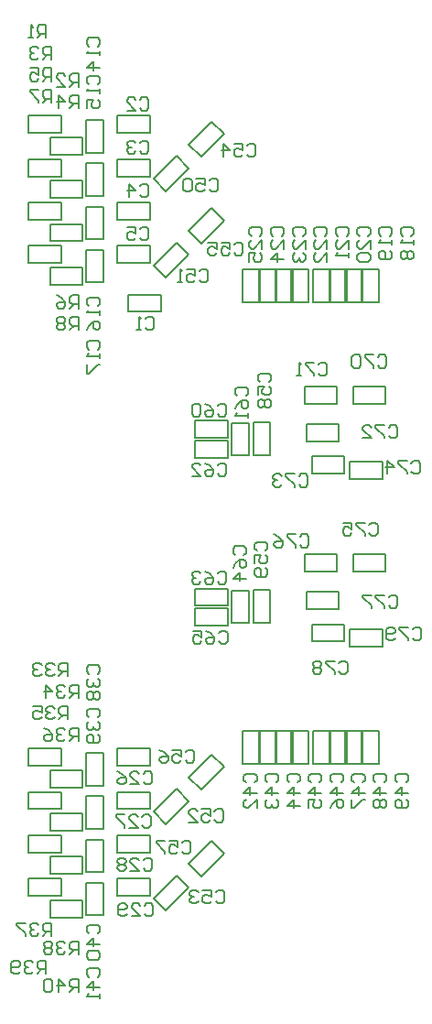
<source format=gbo>
%FSAX43Y43*%
%MOMM*%
G71*
G01*
G75*
G04 Layer_Color=32896*
%ADD10C,0.200*%
G04:AMPARAMS|DCode=11|XSize=0.8mm|YSize=1mm|CornerRadius=0.08mm|HoleSize=0mm|Usage=FLASHONLY|Rotation=180.000|XOffset=0mm|YOffset=0mm|HoleType=Round|Shape=RoundedRectangle|*
%AMROUNDEDRECTD11*
21,1,0.800,0.840,0,0,180.0*
21,1,0.640,1.000,0,0,180.0*
1,1,0.160,-0.320,0.420*
1,1,0.160,0.320,0.420*
1,1,0.160,0.320,-0.420*
1,1,0.160,-0.320,-0.420*
%
%ADD11ROUNDEDRECTD11*%
%ADD12R,3.048X3.048*%
G04:AMPARAMS|DCode=13|XSize=0.8mm|YSize=1mm|CornerRadius=0.08mm|HoleSize=0mm|Usage=FLASHONLY|Rotation=270.000|XOffset=0mm|YOffset=0mm|HoleType=Round|Shape=RoundedRectangle|*
%AMROUNDEDRECTD13*
21,1,0.800,0.840,0,0,270.0*
21,1,0.640,1.000,0,0,270.0*
1,1,0.160,-0.420,-0.320*
1,1,0.160,-0.420,0.320*
1,1,0.160,0.420,0.320*
1,1,0.160,0.420,-0.320*
%
%ADD13ROUNDEDRECTD13*%
%ADD14R,3.300X2.400*%
%ADD15R,1.000X2.400*%
%ADD16R,5.500X5.500*%
%ADD17R,0.250X0.750*%
%ADD18O,0.250X0.750*%
%ADD19O,0.750X0.250*%
%ADD20R,2.340X2.340*%
%ADD21R,0.900X0.250*%
%ADD22O,0.900X0.250*%
%ADD23O,0.250X0.900*%
%ADD24O,0.762X1.270*%
%ADD25R,0.762X1.270*%
%ADD26C,0.500*%
%ADD27C,0.400*%
%ADD28C,0.175*%
%ADD29C,1.700*%
%ADD30C,4.000*%
%ADD31C,1.524*%
%ADD32C,3.000*%
%ADD33C,0.700*%
%ADD34C,1.500*%
%ADD35C,1.300*%
%ADD36C,0.600*%
%ADD37C,0.800*%
G04:AMPARAMS|DCode=38|XSize=0.8mm|YSize=1mm|CornerRadius=0.08mm|HoleSize=0mm|Usage=FLASHONLY|Rotation=225.000|XOffset=0mm|YOffset=0mm|HoleType=Round|Shape=RoundedRectangle|*
%AMROUNDEDRECTD38*
21,1,0.800,0.840,0,0,225.0*
21,1,0.640,1.000,0,0,225.0*
1,1,0.160,-0.523,0.071*
1,1,0.160,-0.071,0.523*
1,1,0.160,0.523,-0.071*
1,1,0.160,0.071,-0.523*
%
%ADD38ROUNDEDRECTD38*%
G04:AMPARAMS|DCode=39|XSize=1mm|YSize=2mm|CornerRadius=0.1mm|HoleSize=0mm|Usage=FLASHONLY|Rotation=270.000|XOffset=0mm|YOffset=0mm|HoleType=Round|Shape=RoundedRectangle|*
%AMROUNDEDRECTD39*
21,1,1.000,1.800,0,0,270.0*
21,1,0.800,2.000,0,0,270.0*
1,1,0.200,-0.900,-0.400*
1,1,0.200,-0.900,0.400*
1,1,0.200,0.900,0.400*
1,1,0.200,0.900,-0.400*
%
%ADD39ROUNDEDRECTD39*%
G04:AMPARAMS|DCode=40|XSize=1mm|YSize=2mm|CornerRadius=0.1mm|HoleSize=0mm|Usage=FLASHONLY|Rotation=0.000|XOffset=0mm|YOffset=0mm|HoleType=Round|Shape=RoundedRectangle|*
%AMROUNDEDRECTD40*
21,1,1.000,1.800,0,0,0.0*
21,1,0.800,2.000,0,0,0.0*
1,1,0.200,0.400,-0.900*
1,1,0.200,-0.400,-0.900*
1,1,0.200,-0.400,0.900*
1,1,0.200,0.400,0.900*
%
%ADD40ROUNDEDRECTD40*%
%ADD41C,0.250*%
%ADD42C,0.203*%
%ADD43C,0.100*%
%ADD44C,0.254*%
G04:AMPARAMS|DCode=45|XSize=1mm|YSize=1.2mm|CornerRadius=0.18mm|HoleSize=0mm|Usage=FLASHONLY|Rotation=180.000|XOffset=0mm|YOffset=0mm|HoleType=Round|Shape=RoundedRectangle|*
%AMROUNDEDRECTD45*
21,1,1.000,0.840,0,0,180.0*
21,1,0.640,1.200,0,0,180.0*
1,1,0.360,-0.320,0.420*
1,1,0.360,0.320,0.420*
1,1,0.360,0.320,-0.420*
1,1,0.360,-0.320,-0.420*
%
%ADD45ROUNDEDRECTD45*%
%ADD46R,3.248X3.248*%
G04:AMPARAMS|DCode=47|XSize=1mm|YSize=1.2mm|CornerRadius=0.18mm|HoleSize=0mm|Usage=FLASHONLY|Rotation=270.000|XOffset=0mm|YOffset=0mm|HoleType=Round|Shape=RoundedRectangle|*
%AMROUNDEDRECTD47*
21,1,1.000,0.840,0,0,270.0*
21,1,0.640,1.200,0,0,270.0*
1,1,0.360,-0.420,-0.320*
1,1,0.360,-0.420,0.320*
1,1,0.360,0.420,0.320*
1,1,0.360,0.420,-0.320*
%
%ADD47ROUNDEDRECTD47*%
%ADD48R,3.500X2.600*%
%ADD49R,1.200X2.600*%
%ADD50R,5.700X5.700*%
%ADD51R,0.450X0.950*%
%ADD52O,0.450X0.950*%
%ADD53O,0.950X0.450*%
%ADD54R,2.540X2.540*%
%ADD55R,1.100X0.450*%
%ADD56O,1.100X0.450*%
%ADD57O,0.450X1.100*%
%ADD58O,0.962X1.470*%
%ADD59R,0.962X1.470*%
%ADD60C,1.900*%
%ADD61C,4.200*%
%ADD62C,1.724*%
%ADD63C,3.200*%
%ADD64C,0.900*%
%ADD65C,0.800*%
%ADD66C,1.000*%
G04:AMPARAMS|DCode=67|XSize=1mm|YSize=1.2mm|CornerRadius=0.18mm|HoleSize=0mm|Usage=FLASHONLY|Rotation=225.000|XOffset=0mm|YOffset=0mm|HoleType=Round|Shape=RoundedRectangle|*
%AMROUNDEDRECTD67*
21,1,1.000,0.840,0,0,225.0*
21,1,0.640,1.200,0,0,225.0*
1,1,0.360,-0.523,0.071*
1,1,0.360,-0.071,0.523*
1,1,0.360,0.523,-0.071*
1,1,0.360,0.071,-0.523*
%
%ADD67ROUNDEDRECTD67*%
G04:AMPARAMS|DCode=68|XSize=1.2mm|YSize=2.2mm|CornerRadius=0.2mm|HoleSize=0mm|Usage=FLASHONLY|Rotation=270.000|XOffset=0mm|YOffset=0mm|HoleType=Round|Shape=RoundedRectangle|*
%AMROUNDEDRECTD68*
21,1,1.200,1.800,0,0,270.0*
21,1,0.800,2.200,0,0,270.0*
1,1,0.400,-0.900,-0.400*
1,1,0.400,-0.900,0.400*
1,1,0.400,0.900,0.400*
1,1,0.400,0.900,-0.400*
%
%ADD68ROUNDEDRECTD68*%
G04:AMPARAMS|DCode=69|XSize=1.2mm|YSize=2.2mm|CornerRadius=0.2mm|HoleSize=0mm|Usage=FLASHONLY|Rotation=0.000|XOffset=0mm|YOffset=0mm|HoleType=Round|Shape=RoundedRectangle|*
%AMROUNDEDRECTD69*
21,1,1.200,1.800,0,0,0.0*
21,1,0.800,2.200,0,0,0.0*
1,1,0.400,0.400,-0.900*
1,1,0.400,-0.400,-0.900*
1,1,0.400,-0.400,0.900*
1,1,0.400,0.400,0.900*
%
%ADD69ROUNDEDRECTD69*%
G54D10*
X0057710Y0066141D02*
X0058841Y0065010D01*
X0057710Y0066141D02*
X0059831Y0068263D01*
X0060963Y0067131D01*
X0058841Y0065010D02*
X0060963Y0067131D01*
X0056559Y0065090D02*
X0057690Y0063959D01*
X0055569Y0061837D02*
X0057690Y0063959D01*
X0054437Y0062969D02*
X0055569Y0061837D01*
X0054437Y0062969D02*
X0056559Y0065090D01*
X0057710Y0116641D02*
X0058841Y0115510D01*
X0057710Y0116641D02*
X0059831Y0118763D01*
X0060963Y0117631D01*
X0058841Y0115510D02*
X0060963Y0117631D01*
X0057710Y0124641D02*
X0058841Y0123510D01*
X0057710Y0124641D02*
X0059831Y0126763D01*
X0060963Y0125631D01*
X0058841Y0123510D02*
X0060963Y0125631D01*
X0056559Y0123590D02*
X0057690Y0122459D01*
X0055569Y0120337D02*
X0057690Y0122459D01*
X0054437Y0121469D02*
X0055569Y0120337D01*
X0054437Y0121469D02*
X0056559Y0123590D01*
X0072600Y0079800D02*
X0075600D01*
X0072600Y0078200D02*
Y0079800D01*
Y0078200D02*
X0075600D01*
Y0079800D01*
X0072100Y0078700D02*
Y0080300D01*
X0069100Y0078700D02*
X0072100D01*
X0069100D02*
Y0080300D01*
X0072100D01*
X0068600Y0083300D02*
X0071600D01*
X0068600Y0081700D02*
Y0083300D01*
Y0081700D02*
X0071600D01*
Y0083300D01*
X0068400Y0085200D02*
Y0086800D01*
X0071400D01*
Y0085200D02*
Y0086800D01*
X0068400Y0085200D02*
X0071400D01*
X0072900D02*
X0075900D01*
Y0086800D01*
X0072900D02*
X0075900D01*
X0072900Y0085200D02*
Y0086800D01*
X0058841Y0057010D02*
X0060963Y0059131D01*
X0059831Y0060263D02*
X0060963Y0059131D01*
X0057710Y0058141D02*
X0059831Y0060263D01*
X0057710Y0058141D02*
X0058841Y0057010D01*
X0058300Y0095700D02*
Y0097300D01*
X0061300D01*
Y0095700D02*
Y0097300D01*
X0058300Y0095700D02*
X0061300D01*
X0058300Y0080200D02*
X0061300D01*
Y0081800D01*
X0058300D02*
X0061300D01*
X0058300Y0080200D02*
Y0081800D01*
X0061700Y0095900D02*
X0063300D01*
X0061700D02*
Y0098900D01*
X0063300D01*
Y0095900D02*
Y0098900D01*
Y0080400D02*
Y0083400D01*
X0061700D02*
X0063300D01*
X0061700Y0080400D02*
Y0083400D01*
Y0080400D02*
X0063300D01*
X0061300Y0097500D02*
Y0099100D01*
X0058300Y0097500D02*
X0061300D01*
X0058300D02*
Y0099100D01*
X0061300D01*
X0058300Y0083600D02*
X0061300D01*
X0058300Y0082000D02*
Y0083600D01*
Y0082000D02*
X0061300D01*
Y0083600D01*
X0073700Y0067400D02*
X0075300D01*
X0073700D02*
Y0070400D01*
X0075300D01*
Y0067400D02*
Y0070400D01*
X0072200Y0067400D02*
Y0070400D01*
Y0067400D02*
X0073800D01*
Y0070400D01*
X0072200D02*
X0073800D01*
X0069200D02*
X0070800D01*
Y0067400D02*
Y0070400D01*
X0069200Y0067400D02*
X0070800D01*
X0069200D02*
Y0070400D01*
X0051100Y0127300D02*
X0054100D01*
X0051100Y0125700D02*
Y0127300D01*
Y0125700D02*
X0054100D01*
Y0127300D01*
Y0121700D02*
Y0123300D01*
X0051100Y0121700D02*
X0054100D01*
X0051100D02*
Y0123300D01*
X0054100D01*
X0051100Y0119300D02*
X0054100D01*
X0051100Y0117700D02*
Y0119300D01*
Y0117700D02*
X0054100D01*
Y0119300D01*
Y0113700D02*
Y0115300D01*
X0051100Y0113700D02*
X0054100D01*
X0051100D02*
Y0115300D01*
X0054100D01*
X0049800Y0123900D02*
Y0126900D01*
X0048200D02*
X0049800D01*
X0048200Y0123900D02*
Y0126900D01*
Y0123900D02*
X0049800D01*
X0048200Y0119900D02*
X0049800D01*
X0048200D02*
Y0122900D01*
X0049800D01*
Y0119900D02*
Y0122900D01*
Y0115900D02*
Y0118900D01*
X0048200D02*
X0049800D01*
X0048200Y0115900D02*
Y0118900D01*
Y0115900D02*
X0049800D01*
X0048200Y0111900D02*
X0049800D01*
X0048200D02*
Y0114900D01*
X0049800D01*
Y0111900D02*
Y0114900D01*
X0075300Y0110100D02*
Y0113100D01*
X0073700D02*
X0075300D01*
X0073700Y0110100D02*
Y0113100D01*
Y0110100D02*
X0075300D01*
X0072200Y0113100D02*
X0073800D01*
Y0110100D02*
Y0113100D01*
X0072200Y0110100D02*
X0073800D01*
X0072200D02*
Y0113100D01*
X0072300Y0110100D02*
Y0113100D01*
X0070700D02*
X0072300D01*
X0070700Y0110100D02*
Y0113100D01*
Y0110100D02*
X0072300D01*
X0069200Y0113100D02*
X0070800D01*
Y0110100D02*
Y0113100D01*
X0069200Y0110100D02*
X0070800D01*
X0069200D02*
Y0113100D01*
X0068800Y0110100D02*
Y0113100D01*
X0067200D02*
X0068800D01*
X0067200Y0110100D02*
Y0113100D01*
Y0110100D02*
X0068800D01*
X0065700Y0113100D02*
X0067300D01*
Y0110100D02*
Y0113100D01*
X0065700Y0110100D02*
X0067300D01*
X0065700D02*
Y0113100D01*
X0065800Y0110100D02*
Y0113100D01*
X0064200D02*
X0065800D01*
X0064200Y0110100D02*
Y0113100D01*
Y0110100D02*
X0065800D01*
X0062700Y0113100D02*
X0064300D01*
Y0110100D02*
Y0113100D01*
X0062700Y0110100D02*
X0064300D01*
X0062700D02*
Y0113100D01*
X0051100Y0068800D02*
X0054100D01*
X0051100Y0067200D02*
Y0068800D01*
Y0067200D02*
X0054100D01*
Y0068800D01*
Y0063200D02*
Y0064800D01*
X0051100Y0063200D02*
X0054100D01*
X0051100D02*
Y0064800D01*
X0054100D01*
X0051100Y0060800D02*
X0054100D01*
X0051100Y0059200D02*
Y0060800D01*
Y0059200D02*
X0054100D01*
Y0060800D01*
Y0055200D02*
Y0056800D01*
X0051100Y0055200D02*
X0054100D01*
X0051100D02*
Y0056800D01*
X0054100D01*
X0049800Y0065400D02*
Y0068400D01*
X0048200D02*
X0049800D01*
X0048200Y0065400D02*
Y0068400D01*
Y0065400D02*
X0049800D01*
X0048200Y0061400D02*
X0049800D01*
X0048200D02*
Y0064400D01*
X0049800D01*
Y0061400D02*
Y0064400D01*
Y0057400D02*
Y0060400D01*
X0048200D02*
X0049800D01*
X0048200Y0057400D02*
Y0060400D01*
Y0057400D02*
X0049800D01*
X0048200Y0053400D02*
X0049800D01*
X0048200D02*
Y0056400D01*
X0049800D01*
Y0053400D02*
Y0056400D01*
X0062700Y0067400D02*
Y0070400D01*
Y0067400D02*
X0064300D01*
Y0070400D01*
X0062700D02*
X0064300D01*
X0064200Y0067400D02*
X0065800D01*
X0064200D02*
Y0070400D01*
X0065800D01*
Y0067400D02*
Y0070400D01*
X0054437Y0113469D02*
X0056559Y0115590D01*
X0054437Y0113469D02*
X0055569Y0112337D01*
X0057690Y0114459D01*
X0056559Y0115590D02*
X0057690Y0114459D01*
X0067200Y0067400D02*
X0068800D01*
X0067200D02*
Y0070400D01*
X0068800D01*
Y0067400D02*
Y0070400D01*
X0072300Y0067400D02*
Y0070400D01*
X0070700D02*
X0072300D01*
X0070700Y0067400D02*
Y0070400D01*
Y0067400D02*
X0072300D01*
X0065700Y0070400D02*
X0067300D01*
Y0067400D02*
Y0070400D01*
X0065700Y0067400D02*
X0067300D01*
X0065700D02*
Y0070400D01*
X0072900Y0100700D02*
Y0102300D01*
X0075900D01*
Y0100700D02*
Y0102300D01*
X0072900Y0100700D02*
X0075900D01*
X0068400D02*
X0071400D01*
Y0102300D01*
X0068400D02*
X0071400D01*
X0068400Y0100700D02*
Y0102300D01*
X0071600Y0097200D02*
Y0098800D01*
X0068600Y0097200D02*
X0071600D01*
X0068600D02*
Y0098800D01*
X0071600D01*
X0069100Y0095800D02*
X0072100D01*
X0069100Y0094200D02*
Y0095800D01*
Y0094200D02*
X0072100D01*
Y0095800D01*
X0075600Y0093700D02*
Y0095300D01*
X0072600Y0093700D02*
X0075600D01*
X0072600D02*
Y0095300D01*
X0075600D01*
X0042900Y0125700D02*
Y0127300D01*
X0045900D01*
Y0125700D02*
Y0127300D01*
X0042900Y0125700D02*
X0045900D01*
X0044900Y0123700D02*
X0047900D01*
Y0125300D01*
X0044900D02*
X0047900D01*
X0044900Y0123700D02*
Y0125300D01*
X0042900Y0121700D02*
Y0123300D01*
X0045900D01*
Y0121700D02*
Y0123300D01*
X0042900Y0121700D02*
X0045900D01*
X0044900Y0119700D02*
X0047900D01*
Y0121300D01*
X0044900D02*
X0047900D01*
X0044900Y0119700D02*
Y0121300D01*
X0042900Y0117700D02*
Y0119300D01*
X0045900D01*
Y0117700D02*
Y0119300D01*
X0042900Y0117700D02*
X0045900D01*
X0044900Y0115700D02*
X0047900D01*
Y0117300D01*
X0044900D02*
X0047900D01*
X0044900Y0115700D02*
Y0117300D01*
X0042900Y0113700D02*
Y0115300D01*
X0045900D01*
Y0113700D02*
Y0115300D01*
X0042900Y0113700D02*
X0045900D01*
X0044900Y0111700D02*
X0047900D01*
Y0113300D01*
X0044900D02*
X0047900D01*
X0044900Y0111700D02*
Y0113300D01*
X0042900Y0067200D02*
Y0068800D01*
X0045900D01*
Y0067200D02*
Y0068800D01*
X0042900Y0067200D02*
X0045900D01*
X0044900Y0065200D02*
X0047900D01*
Y0066800D01*
X0044900D02*
X0047900D01*
X0044900Y0065200D02*
Y0066800D01*
X0042900Y0063200D02*
Y0064800D01*
X0045900D01*
Y0063200D02*
Y0064800D01*
X0042900Y0063200D02*
X0045900D01*
X0044900Y0061200D02*
X0047900D01*
Y0062800D01*
X0044900D02*
X0047900D01*
X0044900Y0061200D02*
Y0062800D01*
X0042900Y0059200D02*
Y0060800D01*
X0045900D01*
Y0059200D02*
Y0060800D01*
X0042900Y0059200D02*
X0045900D01*
X0044900Y0057200D02*
X0047900D01*
Y0058800D01*
X0044900D02*
X0047900D01*
X0044900Y0057200D02*
Y0058800D01*
X0042900Y0055200D02*
Y0056800D01*
X0045900D01*
Y0055200D02*
Y0056800D01*
X0042900Y0055200D02*
X0045900D01*
X0044900Y0053200D02*
X0047900D01*
Y0054800D01*
X0044900D02*
X0047900D01*
X0044900Y0053200D02*
Y0054800D01*
X0054437Y0054969D02*
X0056559Y0057090D01*
X0054437Y0054969D02*
X0055569Y0053837D01*
X0057690Y0055959D01*
X0056559Y0057090D02*
X0057690Y0055959D01*
X0057400Y0068500D02*
X0057600Y0068700D01*
X0058000D01*
X0058200Y0068500D01*
Y0067700D01*
X0058000Y0067500D01*
X0057600D01*
X0057400Y0067700D01*
X0056201Y0068700D02*
X0057000D01*
Y0068100D01*
X0056601Y0068300D01*
X0056401D01*
X0056201Y0068100D01*
Y0067700D01*
X0056401Y0067500D01*
X0056800D01*
X0057000Y0067700D01*
X0055001Y0068700D02*
X0055401Y0068500D01*
X0055801Y0068100D01*
Y0067700D01*
X0055601Y0067500D01*
X0055201D01*
X0055001Y0067700D01*
Y0067900D01*
X0055201Y0068100D01*
X0055801D01*
X0060100Y0063000D02*
X0060300Y0063200D01*
X0060700D01*
X0060900Y0063000D01*
Y0062200D01*
X0060700Y0062000D01*
X0060300D01*
X0060100Y0062200D01*
X0058901Y0063200D02*
X0059700D01*
Y0062600D01*
X0059301Y0062800D01*
X0059101D01*
X0058901Y0062600D01*
Y0062200D01*
X0059101Y0062000D01*
X0059500D01*
X0059700Y0062200D01*
X0057701Y0062000D02*
X0058501D01*
X0057701Y0062800D01*
Y0063000D01*
X0057901Y0063200D01*
X0058301D01*
X0058501Y0063000D01*
X0061900Y0115400D02*
X0062100Y0115600D01*
X0062500D01*
X0062700Y0115400D01*
Y0114600D01*
X0062500Y0114400D01*
X0062100D01*
X0061900Y0114600D01*
X0060701Y0115600D02*
X0061500D01*
Y0115000D01*
X0061101Y0115200D01*
X0060901D01*
X0060701Y0115000D01*
Y0114600D01*
X0060901Y0114400D01*
X0061300D01*
X0061500Y0114600D01*
X0059501Y0115600D02*
X0060301D01*
Y0115000D01*
X0059901Y0115200D01*
X0059701D01*
X0059501Y0115000D01*
Y0114600D01*
X0059701Y0114400D01*
X0060101D01*
X0060301Y0114600D01*
X0063100Y0124500D02*
X0063300Y0124700D01*
X0063700D01*
X0063900Y0124500D01*
Y0123700D01*
X0063700Y0123500D01*
X0063300D01*
X0063100Y0123700D01*
X0061901Y0124700D02*
X0062700D01*
Y0124100D01*
X0062301Y0124300D01*
X0062101D01*
X0061901Y0124100D01*
Y0123700D01*
X0062101Y0123500D01*
X0062500D01*
X0062700Y0123700D01*
X0060901Y0123500D02*
Y0124700D01*
X0061501Y0124100D01*
X0060701D01*
X0059600Y0121300D02*
X0059800Y0121500D01*
X0060200D01*
X0060400Y0121300D01*
Y0120500D01*
X0060200Y0120300D01*
X0059800D01*
X0059600Y0120500D01*
X0058401Y0121500D02*
X0059200D01*
Y0120900D01*
X0058801Y0121100D01*
X0058601D01*
X0058401Y0120900D01*
Y0120500D01*
X0058601Y0120300D01*
X0059000D01*
X0059200Y0120500D01*
X0058001Y0121300D02*
X0057801Y0121500D01*
X0057401D01*
X0057201Y0121300D01*
Y0120500D01*
X0057401Y0120300D01*
X0057801D01*
X0058001Y0120500D01*
Y0121300D01*
X0064000Y0087100D02*
X0063800Y0087300D01*
Y0087700D01*
X0064000Y0087900D01*
X0064800D01*
X0065000Y0087700D01*
Y0087300D01*
X0064800Y0087100D01*
X0063800Y0085901D02*
Y0086700D01*
X0064400D01*
X0064200Y0086301D01*
Y0086101D01*
X0064400Y0085901D01*
X0064800D01*
X0065000Y0086101D01*
Y0086500D01*
X0064800Y0086700D01*
Y0085501D02*
X0065000Y0085301D01*
Y0084901D01*
X0064800Y0084701D01*
X0064000D01*
X0063800Y0084901D01*
Y0085301D01*
X0064000Y0085501D01*
X0064200D01*
X0064400Y0085301D01*
Y0084701D01*
X0064300Y0102700D02*
X0064100Y0102900D01*
Y0103300D01*
X0064300Y0103500D01*
X0065100D01*
X0065300Y0103300D01*
Y0102900D01*
X0065100Y0102700D01*
X0064100Y0101501D02*
Y0102300D01*
X0064700D01*
X0064500Y0101901D01*
Y0101701D01*
X0064700Y0101501D01*
X0065100D01*
X0065300Y0101701D01*
Y0102100D01*
X0065100Y0102300D01*
X0064300Y0101101D02*
X0064100Y0100901D01*
Y0100501D01*
X0064300Y0100301D01*
X0064500D01*
X0064700Y0100501D01*
X0064900Y0100301D01*
X0065100D01*
X0065300Y0100501D01*
Y0100901D01*
X0065100Y0101101D01*
X0064900D01*
X0064700Y0100901D01*
X0064500Y0101101D01*
X0064300D01*
X0064700Y0100901D02*
Y0100501D01*
X0053700Y0108500D02*
X0053900Y0108700D01*
X0054300D01*
X0054500Y0108500D01*
Y0107700D01*
X0054300Y0107500D01*
X0053900D01*
X0053700Y0107700D01*
X0053300Y0107500D02*
X0052901D01*
X0053100D01*
Y0108700D01*
X0053300Y0108500D01*
X0078400Y0079800D02*
X0078600Y0080000D01*
X0079000D01*
X0079200Y0079800D01*
Y0079000D01*
X0079000Y0078800D01*
X0078600D01*
X0078400Y0079000D01*
X0078000Y0080000D02*
X0077201D01*
Y0079800D01*
X0078000Y0079000D01*
Y0078800D01*
X0076801Y0079000D02*
X0076601Y0078800D01*
X0076201D01*
X0076001Y0079000D01*
Y0079800D01*
X0076201Y0080000D01*
X0076601D01*
X0076801Y0079800D01*
Y0079600D01*
X0076601Y0079400D01*
X0076001D01*
X0071600Y0076700D02*
X0071800Y0076900D01*
X0072200D01*
X0072400Y0076700D01*
Y0075900D01*
X0072200Y0075700D01*
X0071800D01*
X0071600Y0075900D01*
X0071200Y0076900D02*
X0070401D01*
Y0076700D01*
X0071200Y0075900D01*
Y0075700D01*
X0070001Y0076700D02*
X0069801Y0076900D01*
X0069401D01*
X0069201Y0076700D01*
Y0076500D01*
X0069401Y0076300D01*
X0069201Y0076100D01*
Y0075900D01*
X0069401Y0075700D01*
X0069801D01*
X0070001Y0075900D01*
Y0076100D01*
X0069801Y0076300D01*
X0070001Y0076500D01*
Y0076700D01*
X0069801Y0076300D02*
X0069401D01*
X0076200Y0082800D02*
X0076400Y0083000D01*
X0076800D01*
X0077000Y0082800D01*
Y0082000D01*
X0076800Y0081800D01*
X0076400D01*
X0076200Y0082000D01*
X0075800Y0083000D02*
X0075001D01*
Y0082800D01*
X0075800Y0082000D01*
Y0081800D01*
X0074601Y0083000D02*
X0073801D01*
Y0082800D01*
X0074601Y0082000D01*
Y0081800D01*
X0068000Y0088400D02*
X0068200Y0088600D01*
X0068600D01*
X0068800Y0088400D01*
Y0087600D01*
X0068600Y0087400D01*
X0068200D01*
X0068000Y0087600D01*
X0067600Y0088600D02*
X0066801D01*
Y0088400D01*
X0067600Y0087600D01*
Y0087400D01*
X0065601Y0088600D02*
X0066001Y0088400D01*
X0066401Y0088000D01*
Y0087600D01*
X0066201Y0087400D01*
X0065801D01*
X0065601Y0087600D01*
Y0087800D01*
X0065801Y0088000D01*
X0066401D01*
X0074400Y0089500D02*
X0074600Y0089700D01*
X0075000D01*
X0075200Y0089500D01*
Y0088700D01*
X0075000Y0088500D01*
X0074600D01*
X0074400Y0088700D01*
X0074000Y0089700D02*
X0073201D01*
Y0089500D01*
X0074000Y0088700D01*
Y0088500D01*
X0072001Y0089700D02*
X0072801D01*
Y0089100D01*
X0072401Y0089300D01*
X0072201D01*
X0072001Y0089100D01*
Y0088700D01*
X0072201Y0088500D01*
X0072601D01*
X0072801Y0088700D01*
X0057100Y0060100D02*
X0057300Y0060300D01*
X0057700D01*
X0057900Y0060100D01*
Y0059300D01*
X0057700Y0059100D01*
X0057300D01*
X0057100Y0059300D01*
X0055901Y0060300D02*
X0056700D01*
Y0059700D01*
X0056301Y0059900D01*
X0056101D01*
X0055901Y0059700D01*
Y0059300D01*
X0056101Y0059100D01*
X0056500D01*
X0056700Y0059300D01*
X0055501Y0060300D02*
X0054701D01*
Y0060100D01*
X0055501Y0059300D01*
Y0059100D01*
X0060400Y0095000D02*
X0060600Y0095200D01*
X0061000D01*
X0061200Y0095000D01*
Y0094200D01*
X0061000Y0094000D01*
X0060600D01*
X0060400Y0094200D01*
X0059201Y0095200D02*
X0059601Y0095000D01*
X0060000Y0094600D01*
Y0094200D01*
X0059800Y0094000D01*
X0059401D01*
X0059201Y0094200D01*
Y0094400D01*
X0059401Y0094600D01*
X0060000D01*
X0058001Y0094000D02*
X0058801D01*
X0058001Y0094800D01*
Y0095000D01*
X0058201Y0095200D01*
X0058601D01*
X0058801Y0095000D01*
X0060500Y0079500D02*
X0060700Y0079700D01*
X0061100D01*
X0061300Y0079500D01*
Y0078700D01*
X0061100Y0078500D01*
X0060700D01*
X0060500Y0078700D01*
X0059301Y0079700D02*
X0059701Y0079500D01*
X0060100Y0079100D01*
Y0078700D01*
X0059900Y0078500D01*
X0059501D01*
X0059301Y0078700D01*
Y0078900D01*
X0059501Y0079100D01*
X0060100D01*
X0058101Y0079700D02*
X0058901D01*
Y0079100D01*
X0058501Y0079300D01*
X0058301D01*
X0058101Y0079100D01*
Y0078700D01*
X0058301Y0078500D01*
X0058701D01*
X0058901Y0078700D01*
X0062200Y0101400D02*
X0062000Y0101600D01*
Y0102000D01*
X0062200Y0102200D01*
X0063000D01*
X0063200Y0102000D01*
Y0101600D01*
X0063000Y0101400D01*
X0062000Y0100201D02*
X0062200Y0100601D01*
X0062600Y0101000D01*
X0063000D01*
X0063200Y0100800D01*
Y0100401D01*
X0063000Y0100201D01*
X0062800D01*
X0062600Y0100401D01*
Y0101000D01*
X0063200Y0099801D02*
Y0099401D01*
Y0099601D01*
X0062000D01*
X0062200Y0099801D01*
X0062000Y0086700D02*
X0061800Y0086900D01*
Y0087300D01*
X0062000Y0087500D01*
X0062800D01*
X0063000Y0087300D01*
Y0086900D01*
X0062800Y0086700D01*
X0061800Y0085501D02*
X0062000Y0085901D01*
X0062400Y0086300D01*
X0062800D01*
X0063000Y0086100D01*
Y0085701D01*
X0062800Y0085501D01*
X0062600D01*
X0062400Y0085701D01*
Y0086300D01*
X0063000Y0084501D02*
X0061800D01*
X0062400Y0085101D01*
Y0084301D01*
X0060400Y0100500D02*
X0060600Y0100700D01*
X0061000D01*
X0061200Y0100500D01*
Y0099700D01*
X0061000Y0099500D01*
X0060600D01*
X0060400Y0099700D01*
X0059201Y0100700D02*
X0059601Y0100500D01*
X0060000Y0100100D01*
Y0099700D01*
X0059800Y0099500D01*
X0059401D01*
X0059201Y0099700D01*
Y0099900D01*
X0059401Y0100100D01*
X0060000D01*
X0058801Y0100500D02*
X0058601Y0100700D01*
X0058201D01*
X0058001Y0100500D01*
Y0099700D01*
X0058201Y0099500D01*
X0058601D01*
X0058801Y0099700D01*
Y0100500D01*
X0060400Y0085000D02*
X0060600Y0085200D01*
X0061000D01*
X0061200Y0085000D01*
Y0084200D01*
X0061000Y0084000D01*
X0060600D01*
X0060400Y0084200D01*
X0059201Y0085200D02*
X0059601Y0085000D01*
X0060000Y0084600D01*
Y0084200D01*
X0059800Y0084000D01*
X0059401D01*
X0059201Y0084200D01*
Y0084400D01*
X0059401Y0084600D01*
X0060000D01*
X0058801Y0085000D02*
X0058601Y0085200D01*
X0058201D01*
X0058001Y0085000D01*
Y0084800D01*
X0058201Y0084600D01*
X0058401D01*
X0058201D01*
X0058001Y0084400D01*
Y0084200D01*
X0058201Y0084000D01*
X0058601D01*
X0058801Y0084200D01*
X0077000Y0065700D02*
X0076800Y0065900D01*
Y0066300D01*
X0077000Y0066500D01*
X0077800D01*
X0078000Y0066300D01*
Y0065900D01*
X0077800Y0065700D01*
X0078000Y0064701D02*
X0076800D01*
X0077400Y0065300D01*
Y0064501D01*
X0077800Y0064101D02*
X0078000Y0063901D01*
Y0063501D01*
X0077800Y0063301D01*
X0077000D01*
X0076800Y0063501D01*
Y0063901D01*
X0077000Y0064101D01*
X0077200D01*
X0077400Y0063901D01*
Y0063301D01*
X0075000Y0065700D02*
X0074800Y0065900D01*
Y0066300D01*
X0075000Y0066500D01*
X0075800D01*
X0076000Y0066300D01*
Y0065900D01*
X0075800Y0065700D01*
X0076000Y0064701D02*
X0074800D01*
X0075400Y0065300D01*
Y0064501D01*
X0075000Y0064101D02*
X0074800Y0063901D01*
Y0063501D01*
X0075000Y0063301D01*
X0075200D01*
X0075400Y0063501D01*
X0075600Y0063301D01*
X0075800D01*
X0076000Y0063501D01*
Y0063901D01*
X0075800Y0064101D01*
X0075600D01*
X0075400Y0063901D01*
X0075200Y0064101D01*
X0075000D01*
X0075400Y0063901D02*
Y0063501D01*
X0071000Y0065700D02*
X0070800Y0065900D01*
Y0066300D01*
X0071000Y0066500D01*
X0071800D01*
X0072000Y0066300D01*
Y0065900D01*
X0071800Y0065700D01*
X0072000Y0064701D02*
X0070800D01*
X0071400Y0065300D01*
Y0064501D01*
X0070800Y0063301D02*
X0071000Y0063701D01*
X0071400Y0064101D01*
X0071800D01*
X0072000Y0063901D01*
Y0063501D01*
X0071800Y0063301D01*
X0071600D01*
X0071400Y0063501D01*
Y0064101D01*
X0053200Y0128800D02*
X0053400Y0129000D01*
X0053800D01*
X0054000Y0128800D01*
Y0128000D01*
X0053800Y0127800D01*
X0053400D01*
X0053200Y0128000D01*
X0052001Y0127800D02*
X0052800D01*
X0052001Y0128600D01*
Y0128800D01*
X0052201Y0129000D01*
X0052600D01*
X0052800Y0128800D01*
X0053200Y0124800D02*
X0053400Y0125000D01*
X0053800D01*
X0054000Y0124800D01*
Y0124000D01*
X0053800Y0123800D01*
X0053400D01*
X0053200Y0124000D01*
X0052800Y0124800D02*
X0052600Y0125000D01*
X0052201D01*
X0052001Y0124800D01*
Y0124600D01*
X0052201Y0124400D01*
X0052401D01*
X0052201D01*
X0052001Y0124200D01*
Y0124000D01*
X0052201Y0123800D01*
X0052600D01*
X0052800Y0124000D01*
X0053200Y0120800D02*
X0053400Y0121000D01*
X0053800D01*
X0054000Y0120800D01*
Y0120000D01*
X0053800Y0119800D01*
X0053400D01*
X0053200Y0120000D01*
X0052201Y0119800D02*
Y0121000D01*
X0052800Y0120400D01*
X0052001D01*
X0053200Y0116800D02*
X0053400Y0117000D01*
X0053800D01*
X0054000Y0116800D01*
Y0116000D01*
X0053800Y0115800D01*
X0053400D01*
X0053200Y0116000D01*
X0052001Y0117000D02*
X0052800D01*
Y0116400D01*
X0052401Y0116600D01*
X0052201D01*
X0052001Y0116400D01*
Y0116000D01*
X0052201Y0115800D01*
X0052600D01*
X0052800Y0116000D01*
X0048500Y0133700D02*
X0048300Y0133900D01*
Y0134300D01*
X0048500Y0134500D01*
X0049300D01*
X0049500Y0134300D01*
Y0133900D01*
X0049300Y0133700D01*
X0049500Y0133300D02*
Y0132901D01*
Y0133100D01*
X0048300D01*
X0048500Y0133300D01*
X0049500Y0131701D02*
X0048300D01*
X0048900Y0132301D01*
Y0131501D01*
X0048500Y0130200D02*
X0048300Y0130400D01*
Y0130800D01*
X0048500Y0131000D01*
X0049300D01*
X0049500Y0130800D01*
Y0130400D01*
X0049300Y0130200D01*
X0049500Y0129800D02*
Y0129401D01*
Y0129600D01*
X0048300D01*
X0048500Y0129800D01*
X0048300Y0128001D02*
Y0128801D01*
X0048900D01*
X0048700Y0128401D01*
Y0128201D01*
X0048900Y0128001D01*
X0049300D01*
X0049500Y0128201D01*
Y0128601D01*
X0049300Y0128801D01*
X0048500Y0109700D02*
X0048300Y0109900D01*
Y0110300D01*
X0048500Y0110500D01*
X0049300D01*
X0049500Y0110300D01*
Y0109900D01*
X0049300Y0109700D01*
X0049500Y0109300D02*
Y0108901D01*
Y0109100D01*
X0048300D01*
X0048500Y0109300D01*
X0048300Y0107501D02*
X0048500Y0107901D01*
X0048900Y0108301D01*
X0049300D01*
X0049500Y0108101D01*
Y0107701D01*
X0049300Y0107501D01*
X0049100D01*
X0048900Y0107701D01*
Y0108301D01*
X0048500Y0105700D02*
X0048300Y0105900D01*
Y0106300D01*
X0048500Y0106500D01*
X0049300D01*
X0049500Y0106300D01*
Y0105900D01*
X0049300Y0105700D01*
X0049500Y0105300D02*
Y0104901D01*
Y0105100D01*
X0048300D01*
X0048500Y0105300D01*
X0048300Y0104301D02*
Y0103501D01*
X0048500D01*
X0049300Y0104301D01*
X0049500D01*
X0077500Y0116200D02*
X0077300Y0116400D01*
Y0116800D01*
X0077500Y0117000D01*
X0078300D01*
X0078500Y0116800D01*
Y0116400D01*
X0078300Y0116200D01*
X0078500Y0115800D02*
Y0115401D01*
Y0115600D01*
X0077300D01*
X0077500Y0115800D01*
Y0114801D02*
X0077300Y0114601D01*
Y0114201D01*
X0077500Y0114001D01*
X0077700D01*
X0077900Y0114201D01*
X0078100Y0114001D01*
X0078300D01*
X0078500Y0114201D01*
Y0114601D01*
X0078300Y0114801D01*
X0078100D01*
X0077900Y0114601D01*
X0077700Y0114801D01*
X0077500D01*
X0077900Y0114601D02*
Y0114201D01*
X0075500Y0116200D02*
X0075300Y0116400D01*
Y0116800D01*
X0075500Y0117000D01*
X0076300D01*
X0076500Y0116800D01*
Y0116400D01*
X0076300Y0116200D01*
X0076500Y0115800D02*
Y0115401D01*
Y0115600D01*
X0075300D01*
X0075500Y0115800D01*
X0076300Y0114801D02*
X0076500Y0114601D01*
Y0114201D01*
X0076300Y0114001D01*
X0075500D01*
X0075300Y0114201D01*
Y0114601D01*
X0075500Y0114801D01*
X0075700D01*
X0075900Y0114601D01*
Y0114001D01*
X0073500Y0116200D02*
X0073300Y0116400D01*
Y0116800D01*
X0073500Y0117000D01*
X0074300D01*
X0074500Y0116800D01*
Y0116400D01*
X0074300Y0116200D01*
X0074500Y0115001D02*
Y0115800D01*
X0073700Y0115001D01*
X0073500D01*
X0073300Y0115201D01*
Y0115600D01*
X0073500Y0115800D01*
Y0114601D02*
X0073300Y0114401D01*
Y0114001D01*
X0073500Y0113801D01*
X0074300D01*
X0074500Y0114001D01*
Y0114401D01*
X0074300Y0114601D01*
X0073500D01*
X0071500Y0116200D02*
X0071300Y0116400D01*
Y0116800D01*
X0071500Y0117000D01*
X0072300D01*
X0072500Y0116800D01*
Y0116400D01*
X0072300Y0116200D01*
X0072500Y0115001D02*
Y0115800D01*
X0071700Y0115001D01*
X0071500D01*
X0071300Y0115201D01*
Y0115600D01*
X0071500Y0115800D01*
X0072500Y0114601D02*
Y0114201D01*
Y0114401D01*
X0071300D01*
X0071500Y0114601D01*
X0069500Y0116200D02*
X0069300Y0116400D01*
Y0116800D01*
X0069500Y0117000D01*
X0070300D01*
X0070500Y0116800D01*
Y0116400D01*
X0070300Y0116200D01*
X0070500Y0115001D02*
Y0115800D01*
X0069700Y0115001D01*
X0069500D01*
X0069300Y0115201D01*
Y0115600D01*
X0069500Y0115800D01*
X0070500Y0113801D02*
Y0114601D01*
X0069700Y0113801D01*
X0069500D01*
X0069300Y0114001D01*
Y0114401D01*
X0069500Y0114601D01*
X0067500Y0116200D02*
X0067300Y0116400D01*
Y0116800D01*
X0067500Y0117000D01*
X0068300D01*
X0068500Y0116800D01*
Y0116400D01*
X0068300Y0116200D01*
X0068500Y0115001D02*
Y0115800D01*
X0067700Y0115001D01*
X0067500D01*
X0067300Y0115201D01*
Y0115600D01*
X0067500Y0115800D01*
Y0114601D02*
X0067300Y0114401D01*
Y0114001D01*
X0067500Y0113801D01*
X0067700D01*
X0067900Y0114001D01*
Y0114201D01*
Y0114001D01*
X0068100Y0113801D01*
X0068300D01*
X0068500Y0114001D01*
Y0114401D01*
X0068300Y0114601D01*
X0065500Y0116200D02*
X0065300Y0116400D01*
Y0116800D01*
X0065500Y0117000D01*
X0066300D01*
X0066500Y0116800D01*
Y0116400D01*
X0066300Y0116200D01*
X0066500Y0115001D02*
Y0115800D01*
X0065700Y0115001D01*
X0065500D01*
X0065300Y0115201D01*
Y0115600D01*
X0065500Y0115800D01*
X0066500Y0114001D02*
X0065300D01*
X0065900Y0114601D01*
Y0113801D01*
X0063500Y0116200D02*
X0063300Y0116400D01*
Y0116800D01*
X0063500Y0117000D01*
X0064300D01*
X0064500Y0116800D01*
Y0116400D01*
X0064300Y0116200D01*
X0064500Y0115001D02*
Y0115800D01*
X0063700Y0115001D01*
X0063500D01*
X0063300Y0115201D01*
Y0115600D01*
X0063500Y0115800D01*
X0063300Y0113801D02*
Y0114601D01*
X0063900D01*
X0063700Y0114201D01*
Y0114001D01*
X0063900Y0113801D01*
X0064300D01*
X0064500Y0114001D01*
Y0114401D01*
X0064300Y0114601D01*
X0053500Y0066500D02*
X0053700Y0066700D01*
X0054100D01*
X0054300Y0066500D01*
Y0065700D01*
X0054100Y0065500D01*
X0053700D01*
X0053500Y0065700D01*
X0052301Y0065500D02*
X0053100D01*
X0052301Y0066300D01*
Y0066500D01*
X0052501Y0066700D01*
X0052900D01*
X0053100Y0066500D01*
X0051101Y0066700D02*
X0051501Y0066500D01*
X0051901Y0066100D01*
Y0065700D01*
X0051701Y0065500D01*
X0051301D01*
X0051101Y0065700D01*
Y0065900D01*
X0051301Y0066100D01*
X0051901D01*
X0053400Y0062500D02*
X0053600Y0062700D01*
X0054000D01*
X0054200Y0062500D01*
Y0061700D01*
X0054000Y0061500D01*
X0053600D01*
X0053400Y0061700D01*
X0052201Y0061500D02*
X0053000D01*
X0052201Y0062300D01*
Y0062500D01*
X0052401Y0062700D01*
X0052800D01*
X0053000Y0062500D01*
X0051801Y0062700D02*
X0051001D01*
Y0062500D01*
X0051801Y0061700D01*
Y0061500D01*
X0053500Y0058500D02*
X0053700Y0058700D01*
X0054100D01*
X0054300Y0058500D01*
Y0057700D01*
X0054100Y0057500D01*
X0053700D01*
X0053500Y0057700D01*
X0052301Y0057500D02*
X0053100D01*
X0052301Y0058300D01*
Y0058500D01*
X0052501Y0058700D01*
X0052900D01*
X0053100Y0058500D01*
X0051901D02*
X0051701Y0058700D01*
X0051301D01*
X0051101Y0058500D01*
Y0058300D01*
X0051301Y0058100D01*
X0051101Y0057900D01*
Y0057700D01*
X0051301Y0057500D01*
X0051701D01*
X0051901Y0057700D01*
Y0057900D01*
X0051701Y0058100D01*
X0051901Y0058300D01*
Y0058500D01*
X0051701Y0058100D02*
X0051301D01*
X0053600Y0054300D02*
X0053800Y0054500D01*
X0054200D01*
X0054400Y0054300D01*
Y0053500D01*
X0054200Y0053300D01*
X0053800D01*
X0053600Y0053500D01*
X0052401Y0053300D02*
X0053200D01*
X0052401Y0054100D01*
Y0054300D01*
X0052601Y0054500D01*
X0053000D01*
X0053200Y0054300D01*
X0052001Y0053500D02*
X0051801Y0053300D01*
X0051401D01*
X0051201Y0053500D01*
Y0054300D01*
X0051401Y0054500D01*
X0051801D01*
X0052001Y0054300D01*
Y0054100D01*
X0051801Y0053900D01*
X0051201D01*
X0048500Y0075700D02*
X0048300Y0075900D01*
Y0076300D01*
X0048500Y0076500D01*
X0049300D01*
X0049500Y0076300D01*
Y0075900D01*
X0049300Y0075700D01*
X0048500Y0075300D02*
X0048300Y0075100D01*
Y0074701D01*
X0048500Y0074501D01*
X0048700D01*
X0048900Y0074701D01*
Y0074901D01*
Y0074701D01*
X0049100Y0074501D01*
X0049300D01*
X0049500Y0074701D01*
Y0075100D01*
X0049300Y0075300D01*
X0048500Y0074101D02*
X0048300Y0073901D01*
Y0073501D01*
X0048500Y0073301D01*
X0048700D01*
X0048900Y0073501D01*
X0049100Y0073301D01*
X0049300D01*
X0049500Y0073501D01*
Y0073901D01*
X0049300Y0074101D01*
X0049100D01*
X0048900Y0073901D01*
X0048700Y0074101D01*
X0048500D01*
X0048900Y0073901D02*
Y0073501D01*
X0048500Y0071700D02*
X0048300Y0071900D01*
Y0072300D01*
X0048500Y0072500D01*
X0049300D01*
X0049500Y0072300D01*
Y0071900D01*
X0049300Y0071700D01*
X0048500Y0071300D02*
X0048300Y0071100D01*
Y0070701D01*
X0048500Y0070501D01*
X0048700D01*
X0048900Y0070701D01*
Y0070901D01*
Y0070701D01*
X0049100Y0070501D01*
X0049300D01*
X0049500Y0070701D01*
Y0071100D01*
X0049300Y0071300D01*
Y0070101D02*
X0049500Y0069901D01*
Y0069501D01*
X0049300Y0069301D01*
X0048500D01*
X0048300Y0069501D01*
Y0069901D01*
X0048500Y0070101D01*
X0048700D01*
X0048900Y0069901D01*
Y0069301D01*
X0048500Y0051700D02*
X0048300Y0051900D01*
Y0052300D01*
X0048500Y0052500D01*
X0049300D01*
X0049500Y0052300D01*
Y0051900D01*
X0049300Y0051700D01*
X0049500Y0050701D02*
X0048300D01*
X0048900Y0051300D01*
Y0050501D01*
X0048500Y0050101D02*
X0048300Y0049901D01*
Y0049501D01*
X0048500Y0049301D01*
X0049300D01*
X0049500Y0049501D01*
Y0049901D01*
X0049300Y0050101D01*
X0048500D01*
Y0047700D02*
X0048300Y0047900D01*
Y0048300D01*
X0048500Y0048500D01*
X0049300D01*
X0049500Y0048300D01*
Y0047900D01*
X0049300Y0047700D01*
X0049500Y0046701D02*
X0048300D01*
X0048900Y0047300D01*
Y0046501D01*
X0049500Y0046101D02*
Y0045701D01*
Y0045901D01*
X0048300D01*
X0048500Y0046101D01*
X0063000Y0065700D02*
X0062800Y0065900D01*
Y0066300D01*
X0063000Y0066500D01*
X0063800D01*
X0064000Y0066300D01*
Y0065900D01*
X0063800Y0065700D01*
X0064000Y0064701D02*
X0062800D01*
X0063400Y0065300D01*
Y0064501D01*
X0064000Y0063301D02*
Y0064101D01*
X0063200Y0063301D01*
X0063000D01*
X0062800Y0063501D01*
Y0063901D01*
X0063000Y0064101D01*
X0065000Y0065700D02*
X0064800Y0065900D01*
Y0066300D01*
X0065000Y0066500D01*
X0065800D01*
X0066000Y0066300D01*
Y0065900D01*
X0065800Y0065700D01*
X0066000Y0064701D02*
X0064800D01*
X0065400Y0065300D01*
Y0064501D01*
X0065000Y0064101D02*
X0064800Y0063901D01*
Y0063501D01*
X0065000Y0063301D01*
X0065200D01*
X0065400Y0063501D01*
Y0063701D01*
Y0063501D01*
X0065600Y0063301D01*
X0065800D01*
X0066000Y0063501D01*
Y0063901D01*
X0065800Y0064101D01*
X0058700Y0112900D02*
X0058900Y0113100D01*
X0059300D01*
X0059500Y0112900D01*
Y0112100D01*
X0059300Y0111900D01*
X0058900D01*
X0058700Y0112100D01*
X0057501Y0113100D02*
X0058300D01*
Y0112500D01*
X0057901Y0112700D01*
X0057701D01*
X0057501Y0112500D01*
Y0112100D01*
X0057701Y0111900D01*
X0058100D01*
X0058300Y0112100D01*
X0057101Y0111900D02*
X0056701D01*
X0056901D01*
Y0113100D01*
X0057101Y0112900D01*
X0069000Y0065700D02*
X0068800Y0065900D01*
Y0066300D01*
X0069000Y0066500D01*
X0069800D01*
X0070000Y0066300D01*
Y0065900D01*
X0069800Y0065700D01*
X0070000Y0064701D02*
X0068800D01*
X0069400Y0065300D01*
Y0064501D01*
X0068800Y0063301D02*
Y0064101D01*
X0069400D01*
X0069200Y0063701D01*
Y0063501D01*
X0069400Y0063301D01*
X0069800D01*
X0070000Y0063501D01*
Y0063901D01*
X0069800Y0064101D01*
X0073000Y0065700D02*
X0072800Y0065900D01*
Y0066300D01*
X0073000Y0066500D01*
X0073800D01*
X0074000Y0066300D01*
Y0065900D01*
X0073800Y0065700D01*
X0074000Y0064701D02*
X0072800D01*
X0073400Y0065300D01*
Y0064501D01*
X0072800Y0064101D02*
Y0063301D01*
X0073000D01*
X0073800Y0064101D01*
X0074000D01*
X0067000Y0065700D02*
X0066800Y0065900D01*
Y0066300D01*
X0067000Y0066500D01*
X0067800D01*
X0068000Y0066300D01*
Y0065900D01*
X0067800Y0065700D01*
X0068000Y0064701D02*
X0066800D01*
X0067400Y0065300D01*
Y0064501D01*
X0068000Y0063501D02*
X0066800D01*
X0067400Y0064101D01*
Y0063301D01*
X0075200Y0105000D02*
X0075400Y0105200D01*
X0075800D01*
X0076000Y0105000D01*
Y0104200D01*
X0075800Y0104000D01*
X0075400D01*
X0075200Y0104200D01*
X0074800Y0105200D02*
X0074001D01*
Y0105000D01*
X0074800Y0104200D01*
Y0104000D01*
X0073601Y0105000D02*
X0073401Y0105200D01*
X0073001D01*
X0072801Y0105000D01*
Y0104200D01*
X0073001Y0104000D01*
X0073401D01*
X0073601Y0104200D01*
Y0105000D01*
X0069700Y0104300D02*
X0069900Y0104500D01*
X0070300D01*
X0070500Y0104300D01*
Y0103500D01*
X0070300Y0103300D01*
X0069900D01*
X0069700Y0103500D01*
X0069300Y0104500D02*
X0068501D01*
Y0104300D01*
X0069300Y0103500D01*
Y0103300D01*
X0068101D02*
X0067701D01*
X0067901D01*
Y0104500D01*
X0068101Y0104300D01*
X0076200Y0098500D02*
X0076400Y0098700D01*
X0076800D01*
X0077000Y0098500D01*
Y0097700D01*
X0076800Y0097500D01*
X0076400D01*
X0076200Y0097700D01*
X0075800Y0098700D02*
X0075001D01*
Y0098500D01*
X0075800Y0097700D01*
Y0097500D01*
X0073801D02*
X0074601D01*
X0073801Y0098300D01*
Y0098500D01*
X0074001Y0098700D01*
X0074401D01*
X0074601Y0098500D01*
X0067900Y0094000D02*
X0068100Y0094200D01*
X0068500D01*
X0068700Y0094000D01*
Y0093200D01*
X0068500Y0093000D01*
X0068100D01*
X0067900Y0093200D01*
X0067500Y0094200D02*
X0066701D01*
Y0094000D01*
X0067500Y0093200D01*
Y0093000D01*
X0066301Y0094000D02*
X0066101Y0094200D01*
X0065701D01*
X0065501Y0094000D01*
Y0093800D01*
X0065701Y0093600D01*
X0065901D01*
X0065701D01*
X0065501Y0093400D01*
Y0093200D01*
X0065701Y0093000D01*
X0066101D01*
X0066301Y0093200D01*
X0078300Y0095200D02*
X0078500Y0095400D01*
X0078900D01*
X0079100Y0095200D01*
Y0094400D01*
X0078900Y0094200D01*
X0078500D01*
X0078300Y0094400D01*
X0077900Y0095400D02*
X0077101D01*
Y0095200D01*
X0077900Y0094400D01*
Y0094200D01*
X0076101D02*
Y0095400D01*
X0076701Y0094800D01*
X0075901D01*
X0044500Y0134500D02*
Y0135700D01*
X0043900D01*
X0043700Y0135500D01*
Y0135100D01*
X0043900Y0134900D01*
X0044500D01*
X0044100D02*
X0043700Y0134500D01*
X0043300D02*
X0042901D01*
X0043100D01*
Y0135700D01*
X0043300Y0135500D01*
X0047500Y0130000D02*
Y0131200D01*
X0046900D01*
X0046700Y0131000D01*
Y0130600D01*
X0046900Y0130400D01*
X0047500D01*
X0047100D02*
X0046700Y0130000D01*
X0045501D02*
X0046300D01*
X0045501Y0130800D01*
Y0131000D01*
X0045701Y0131200D01*
X0046100D01*
X0046300Y0131000D01*
X0045000Y0132500D02*
Y0133700D01*
X0044400D01*
X0044200Y0133500D01*
Y0133100D01*
X0044400Y0132900D01*
X0045000D01*
X0044600D02*
X0044200Y0132500D01*
X0043800Y0133500D02*
X0043600Y0133700D01*
X0043201D01*
X0043001Y0133500D01*
Y0133300D01*
X0043201Y0133100D01*
X0043401D01*
X0043201D01*
X0043001Y0132900D01*
Y0132700D01*
X0043201Y0132500D01*
X0043600D01*
X0043800Y0132700D01*
X0047500Y0128000D02*
Y0129200D01*
X0046900D01*
X0046700Y0129000D01*
Y0128600D01*
X0046900Y0128400D01*
X0047500D01*
X0047100D02*
X0046700Y0128000D01*
X0045701D02*
Y0129200D01*
X0046300Y0128600D01*
X0045501D01*
X0045000Y0130500D02*
Y0131700D01*
X0044400D01*
X0044200Y0131500D01*
Y0131100D01*
X0044400Y0130900D01*
X0045000D01*
X0044600D02*
X0044200Y0130500D01*
X0043001Y0131700D02*
X0043800D01*
Y0131100D01*
X0043401Y0131300D01*
X0043201D01*
X0043001Y0131100D01*
Y0130700D01*
X0043201Y0130500D01*
X0043600D01*
X0043800Y0130700D01*
X0047500Y0109500D02*
Y0110700D01*
X0046900D01*
X0046700Y0110500D01*
Y0110100D01*
X0046900Y0109900D01*
X0047500D01*
X0047100D02*
X0046700Y0109500D01*
X0045501Y0110700D02*
X0045901Y0110500D01*
X0046300Y0110100D01*
Y0109700D01*
X0046100Y0109500D01*
X0045701D01*
X0045501Y0109700D01*
Y0109900D01*
X0045701Y0110100D01*
X0046300D01*
X0045000Y0128500D02*
Y0129700D01*
X0044400D01*
X0044200Y0129500D01*
Y0129100D01*
X0044400Y0128900D01*
X0045000D01*
X0044600D02*
X0044200Y0128500D01*
X0043800Y0129700D02*
X0043001D01*
Y0129500D01*
X0043800Y0128700D01*
Y0128500D01*
X0047500Y0107500D02*
Y0108700D01*
X0046900D01*
X0046700Y0108500D01*
Y0108100D01*
X0046900Y0107900D01*
X0047500D01*
X0047100D02*
X0046700Y0107500D01*
X0046300Y0108500D02*
X0046100Y0108700D01*
X0045701D01*
X0045501Y0108500D01*
Y0108300D01*
X0045701Y0108100D01*
X0045501Y0107900D01*
Y0107700D01*
X0045701Y0107500D01*
X0046100D01*
X0046300Y0107700D01*
Y0107900D01*
X0046100Y0108100D01*
X0046300Y0108300D01*
Y0108500D01*
X0046100Y0108100D02*
X0045701D01*
X0046500Y0075500D02*
Y0076700D01*
X0045900D01*
X0045700Y0076500D01*
Y0076100D01*
X0045900Y0075900D01*
X0046500D01*
X0046100D02*
X0045700Y0075500D01*
X0045300Y0076500D02*
X0045100Y0076700D01*
X0044701D01*
X0044501Y0076500D01*
Y0076300D01*
X0044701Y0076100D01*
X0044901D01*
X0044701D01*
X0044501Y0075900D01*
Y0075700D01*
X0044701Y0075500D01*
X0045100D01*
X0045300Y0075700D01*
X0044101Y0076500D02*
X0043901Y0076700D01*
X0043501D01*
X0043301Y0076500D01*
Y0076300D01*
X0043501Y0076100D01*
X0043701D01*
X0043501D01*
X0043301Y0075900D01*
Y0075700D01*
X0043501Y0075500D01*
X0043901D01*
X0044101Y0075700D01*
X0047500Y0073500D02*
Y0074700D01*
X0046900D01*
X0046700Y0074500D01*
Y0074100D01*
X0046900Y0073900D01*
X0047500D01*
X0047100D02*
X0046700Y0073500D01*
X0046300Y0074500D02*
X0046100Y0074700D01*
X0045701D01*
X0045501Y0074500D01*
Y0074300D01*
X0045701Y0074100D01*
X0045901D01*
X0045701D01*
X0045501Y0073900D01*
Y0073700D01*
X0045701Y0073500D01*
X0046100D01*
X0046300Y0073700D01*
X0044501Y0073500D02*
Y0074700D01*
X0045101Y0074100D01*
X0044301D01*
X0046500Y0071500D02*
Y0072700D01*
X0045900D01*
X0045700Y0072500D01*
Y0072100D01*
X0045900Y0071900D01*
X0046500D01*
X0046100D02*
X0045700Y0071500D01*
X0045300Y0072500D02*
X0045100Y0072700D01*
X0044701D01*
X0044501Y0072500D01*
Y0072300D01*
X0044701Y0072100D01*
X0044901D01*
X0044701D01*
X0044501Y0071900D01*
Y0071700D01*
X0044701Y0071500D01*
X0045100D01*
X0045300Y0071700D01*
X0043301Y0072700D02*
X0044101D01*
Y0072100D01*
X0043701Y0072300D01*
X0043501D01*
X0043301Y0072100D01*
Y0071700D01*
X0043501Y0071500D01*
X0043901D01*
X0044101Y0071700D01*
X0047500Y0069500D02*
Y0070700D01*
X0046900D01*
X0046700Y0070500D01*
Y0070100D01*
X0046900Y0069900D01*
X0047500D01*
X0047100D02*
X0046700Y0069500D01*
X0046300Y0070500D02*
X0046100Y0070700D01*
X0045701D01*
X0045501Y0070500D01*
Y0070300D01*
X0045701Y0070100D01*
X0045901D01*
X0045701D01*
X0045501Y0069900D01*
Y0069700D01*
X0045701Y0069500D01*
X0046100D01*
X0046300Y0069700D01*
X0044301Y0070700D02*
X0044701Y0070500D01*
X0045101Y0070100D01*
Y0069700D01*
X0044901Y0069500D01*
X0044501D01*
X0044301Y0069700D01*
Y0069900D01*
X0044501Y0070100D01*
X0045101D01*
X0045000Y0051500D02*
Y0052700D01*
X0044400D01*
X0044200Y0052500D01*
Y0052100D01*
X0044400Y0051900D01*
X0045000D01*
X0044600D02*
X0044200Y0051500D01*
X0043800Y0052500D02*
X0043600Y0052700D01*
X0043201D01*
X0043001Y0052500D01*
Y0052300D01*
X0043201Y0052100D01*
X0043401D01*
X0043201D01*
X0043001Y0051900D01*
Y0051700D01*
X0043201Y0051500D01*
X0043600D01*
X0043800Y0051700D01*
X0042601Y0052700D02*
X0041801D01*
Y0052500D01*
X0042601Y0051700D01*
Y0051500D01*
X0047500Y0049800D02*
Y0051000D01*
X0046900D01*
X0046700Y0050800D01*
Y0050400D01*
X0046900Y0050200D01*
X0047500D01*
X0047100D02*
X0046700Y0049800D01*
X0046300Y0050800D02*
X0046100Y0051000D01*
X0045701D01*
X0045501Y0050800D01*
Y0050600D01*
X0045701Y0050400D01*
X0045901D01*
X0045701D01*
X0045501Y0050200D01*
Y0050000D01*
X0045701Y0049800D01*
X0046100D01*
X0046300Y0050000D01*
X0045101Y0050800D02*
X0044901Y0051000D01*
X0044501D01*
X0044301Y0050800D01*
Y0050600D01*
X0044501Y0050400D01*
X0044301Y0050200D01*
Y0050000D01*
X0044501Y0049800D01*
X0044901D01*
X0045101Y0050000D01*
Y0050200D01*
X0044901Y0050400D01*
X0045101Y0050600D01*
Y0050800D01*
X0044901Y0050400D02*
X0044501D01*
X0044500Y0048000D02*
Y0049200D01*
X0043900D01*
X0043700Y0049000D01*
Y0048600D01*
X0043900Y0048400D01*
X0044500D01*
X0044100D02*
X0043700Y0048000D01*
X0043300Y0049000D02*
X0043100Y0049200D01*
X0042701D01*
X0042501Y0049000D01*
Y0048800D01*
X0042701Y0048600D01*
X0042901D01*
X0042701D01*
X0042501Y0048400D01*
Y0048200D01*
X0042701Y0048000D01*
X0043100D01*
X0043300Y0048200D01*
X0042101D02*
X0041901Y0048000D01*
X0041501D01*
X0041301Y0048200D01*
Y0049000D01*
X0041501Y0049200D01*
X0041901D01*
X0042101Y0049000D01*
Y0048800D01*
X0041901Y0048600D01*
X0041301D01*
X0047500Y0046300D02*
Y0047500D01*
X0046900D01*
X0046700Y0047300D01*
Y0046900D01*
X0046900Y0046700D01*
X0047500D01*
X0047100D02*
X0046700Y0046300D01*
X0045701D02*
Y0047500D01*
X0046300Y0046900D01*
X0045501D01*
X0045101Y0047300D02*
X0044901Y0047500D01*
X0044501D01*
X0044301Y0047300D01*
Y0046500D01*
X0044501Y0046300D01*
X0044901D01*
X0045101Y0046500D01*
Y0047300D01*
X0060200Y0055500D02*
X0060400Y0055700D01*
X0060800D01*
X0061000Y0055500D01*
Y0054700D01*
X0060800Y0054500D01*
X0060400D01*
X0060200Y0054700D01*
X0059001Y0055700D02*
X0059800D01*
Y0055100D01*
X0059401Y0055300D01*
X0059201D01*
X0059001Y0055100D01*
Y0054700D01*
X0059201Y0054500D01*
X0059600D01*
X0059800Y0054700D01*
X0058601Y0055500D02*
X0058401Y0055700D01*
X0058001D01*
X0057801Y0055500D01*
Y0055300D01*
X0058001Y0055100D01*
X0058201D01*
X0058001D01*
X0057801Y0054900D01*
Y0054700D01*
X0058001Y0054500D01*
X0058401D01*
X0058601Y0054700D01*
G54D42*
X0065262Y0080454D02*
Y0083502D01*
X0063738Y0080454D02*
Y0083502D01*
Y0080454D02*
X0065262D01*
X0063738Y0083502D02*
X0065262D01*
Y0095954D02*
Y0099002D01*
X0063738Y0095954D02*
Y0099002D01*
Y0095954D02*
X0065262D01*
X0063738Y0099002D02*
X0065262D01*
X0052098Y0110762D02*
X0055146D01*
X0052098Y0109238D02*
X0055146D01*
Y0110762D01*
X0052098Y0109238D02*
Y0110762D01*
M02*

</source>
